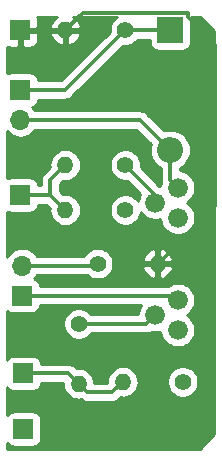
<source format=gbr>
G04 #@! TF.GenerationSoftware,KiCad,Pcbnew,(5.1.2)-2*
G04 #@! TF.CreationDate,2019-08-05T00:07:48-07:00*
G04 #@! TF.ProjectId,Pi LED and FAN,5069204c-4544-4206-916e-642046414e2e,rev?*
G04 #@! TF.SameCoordinates,Original*
G04 #@! TF.FileFunction,Copper,L1,Top*
G04 #@! TF.FilePolarity,Positive*
%FSLAX46Y46*%
G04 Gerber Fmt 4.6, Leading zero omitted, Abs format (unit mm)*
G04 Created by KiCad (PCBNEW (5.1.2)-2) date 2019-08-05 00:07:48*
%MOMM*%
%LPD*%
G04 APERTURE LIST*
%ADD10O,1.700000X1.700000*%
%ADD11R,1.700000X1.700000*%
%ADD12R,2.200000X2.200000*%
%ADD13O,2.200000X2.200000*%
%ADD14C,1.676400*%
%ADD15O,1.400000X1.400000*%
%ADD16C,1.400000*%
%ADD17C,0.350000*%
%ADD18C,0.254000*%
G04 APERTURE END LIST*
D10*
X122070000Y-98680000D03*
D11*
X122070000Y-101220000D03*
D12*
X134620000Y-78740000D03*
D13*
X134620000Y-88900000D03*
D11*
X122170000Y-107820000D03*
X121920000Y-92710000D03*
X121920000Y-78740000D03*
X122174000Y-112522000D03*
X121920000Y-83820000D03*
D10*
X121920000Y-86360000D03*
D14*
X135255000Y-101600000D03*
X133350000Y-102870000D03*
X135255000Y-104140000D03*
X135255000Y-94615000D03*
X133350000Y-93345000D03*
X135255000Y-92075000D03*
D15*
X130590000Y-108520000D03*
D16*
X135670000Y-108520000D03*
X126870000Y-103620000D03*
D15*
X126870000Y-108700000D03*
X125730000Y-93980000D03*
D16*
X130810000Y-93980000D03*
X130810000Y-90170000D03*
D15*
X125730000Y-90170000D03*
X133550000Y-98520000D03*
D16*
X128470000Y-98520000D03*
X130810000Y-78740000D03*
D15*
X125730000Y-78740000D03*
D17*
X128310000Y-98680000D02*
X128470000Y-98520000D01*
X122070000Y-98680000D02*
X128310000Y-98680000D01*
X134875000Y-101220000D02*
X135255000Y-101600000D01*
X122070000Y-101220000D02*
X134875000Y-101220000D01*
X130810000Y-78740000D02*
X134620000Y-78740000D01*
X125730000Y-83820000D02*
X121920000Y-83820000D01*
X130810000Y-78740000D02*
X125730000Y-83820000D01*
X132080000Y-86360000D02*
X134620000Y-88900000D01*
X121920000Y-86360000D02*
X132080000Y-86360000D01*
X134620000Y-91440000D02*
X135255000Y-92075000D01*
X134620000Y-88900000D02*
X134620000Y-91440000D01*
X125990000Y-107820000D02*
X126870000Y-108700000D01*
X122170000Y-107820000D02*
X125990000Y-107820000D01*
X129890001Y-109219999D02*
X130590000Y-108520000D01*
X129710001Y-109399999D02*
X129890001Y-109219999D01*
X127569999Y-109399999D02*
X129710001Y-109399999D01*
X126870000Y-108700000D02*
X127569999Y-109399999D01*
X124460000Y-92710000D02*
X125730000Y-93980000D01*
X121920000Y-92710000D02*
X124460000Y-92710000D01*
X124460000Y-91440000D02*
X125730000Y-90170000D01*
X124460000Y-92710000D02*
X124460000Y-91440000D01*
X133850000Y-98820000D02*
X133550000Y-98520000D01*
X121920000Y-78740000D02*
X125730000Y-78740000D01*
X138430000Y-93640000D02*
X133550000Y-98520000D01*
X127205001Y-77264999D02*
X136020001Y-77264999D01*
X125730000Y-78740000D02*
X127205001Y-77264999D01*
X136020001Y-77264999D02*
X136095001Y-77339999D01*
X136095001Y-77339999D02*
X136095001Y-77675001D01*
X136095001Y-77675001D02*
X138430000Y-80010000D01*
X138430000Y-80010000D02*
X138430000Y-93640000D01*
X132600000Y-103620000D02*
X133350000Y-102870000D01*
X126870000Y-103620000D02*
X132600000Y-103620000D01*
X133350000Y-92710000D02*
X133350000Y-93345000D01*
X130810000Y-90170000D02*
X133350000Y-92710000D01*
D18*
G36*
X138303000Y-78792606D02*
G01*
X138303000Y-112977394D01*
X137107394Y-114173000D01*
X120777000Y-114173000D01*
X120777000Y-113695694D01*
X120793463Y-113726494D01*
X120872815Y-113823185D01*
X120969506Y-113902537D01*
X121079820Y-113961502D01*
X121199518Y-113997812D01*
X121324000Y-114010072D01*
X123024000Y-114010072D01*
X123148482Y-113997812D01*
X123268180Y-113961502D01*
X123378494Y-113902537D01*
X123475185Y-113823185D01*
X123554537Y-113726494D01*
X123613502Y-113616180D01*
X123649812Y-113496482D01*
X123662072Y-113372000D01*
X123662072Y-111672000D01*
X123649812Y-111547518D01*
X123613502Y-111427820D01*
X123554537Y-111317506D01*
X123475185Y-111220815D01*
X123378494Y-111141463D01*
X123268180Y-111082498D01*
X123148482Y-111046188D01*
X123024000Y-111033928D01*
X121324000Y-111033928D01*
X121199518Y-111046188D01*
X121079820Y-111082498D01*
X120969506Y-111141463D01*
X120872815Y-111220815D01*
X120793463Y-111317506D01*
X120777000Y-111348306D01*
X120777000Y-109001178D01*
X120789463Y-109024494D01*
X120868815Y-109121185D01*
X120965506Y-109200537D01*
X121075820Y-109259502D01*
X121195518Y-109295812D01*
X121320000Y-109308072D01*
X123020000Y-109308072D01*
X123144482Y-109295812D01*
X123264180Y-109259502D01*
X123374494Y-109200537D01*
X123471185Y-109121185D01*
X123550537Y-109024494D01*
X123609502Y-108914180D01*
X123645812Y-108794482D01*
X123658072Y-108670000D01*
X123658072Y-108630000D01*
X125535435Y-108630000D01*
X125528541Y-108700000D01*
X125554317Y-108961706D01*
X125630653Y-109213354D01*
X125754618Y-109445275D01*
X125921445Y-109648555D01*
X126124725Y-109815382D01*
X126356646Y-109939347D01*
X126608294Y-110015683D01*
X126804421Y-110035000D01*
X126935579Y-110035000D01*
X127052864Y-110023448D01*
X127117809Y-110076748D01*
X127193023Y-110116950D01*
X127258526Y-110151962D01*
X127411211Y-110198279D01*
X127530208Y-110209999D01*
X127530210Y-110209999D01*
X127569998Y-110213918D01*
X127609786Y-110209999D01*
X129670213Y-110209999D01*
X129710001Y-110213918D01*
X129749789Y-110209999D01*
X129749792Y-110209999D01*
X129868789Y-110198279D01*
X130021474Y-110151962D01*
X130162190Y-110076748D01*
X130285529Y-109975527D01*
X130310901Y-109944611D01*
X130411622Y-109843890D01*
X130524421Y-109855000D01*
X130655579Y-109855000D01*
X130851706Y-109835683D01*
X131103354Y-109759347D01*
X131335275Y-109635382D01*
X131538555Y-109468555D01*
X131705382Y-109265275D01*
X131829347Y-109033354D01*
X131905683Y-108781706D01*
X131931459Y-108520000D01*
X131918509Y-108388514D01*
X134335000Y-108388514D01*
X134335000Y-108651486D01*
X134386304Y-108909405D01*
X134486939Y-109152359D01*
X134633038Y-109371013D01*
X134818987Y-109556962D01*
X135037641Y-109703061D01*
X135280595Y-109803696D01*
X135538514Y-109855000D01*
X135801486Y-109855000D01*
X136059405Y-109803696D01*
X136302359Y-109703061D01*
X136521013Y-109556962D01*
X136706962Y-109371013D01*
X136853061Y-109152359D01*
X136953696Y-108909405D01*
X137005000Y-108651486D01*
X137005000Y-108388514D01*
X136953696Y-108130595D01*
X136853061Y-107887641D01*
X136706962Y-107668987D01*
X136521013Y-107483038D01*
X136302359Y-107336939D01*
X136059405Y-107236304D01*
X135801486Y-107185000D01*
X135538514Y-107185000D01*
X135280595Y-107236304D01*
X135037641Y-107336939D01*
X134818987Y-107483038D01*
X134633038Y-107668987D01*
X134486939Y-107887641D01*
X134386304Y-108130595D01*
X134335000Y-108388514D01*
X131918509Y-108388514D01*
X131905683Y-108258294D01*
X131829347Y-108006646D01*
X131705382Y-107774725D01*
X131538555Y-107571445D01*
X131335275Y-107404618D01*
X131103354Y-107280653D01*
X130851706Y-107204317D01*
X130655579Y-107185000D01*
X130524421Y-107185000D01*
X130328294Y-107204317D01*
X130076646Y-107280653D01*
X129844725Y-107404618D01*
X129641445Y-107571445D01*
X129474618Y-107774725D01*
X129350653Y-108006646D01*
X129274317Y-108258294D01*
X129248541Y-108520000D01*
X129255435Y-108589999D01*
X128200625Y-108589999D01*
X128185683Y-108438294D01*
X128109347Y-108186646D01*
X127985382Y-107954725D01*
X127818555Y-107751445D01*
X127615275Y-107584618D01*
X127383354Y-107460653D01*
X127131706Y-107384317D01*
X126935579Y-107365000D01*
X126804421Y-107365000D01*
X126691622Y-107376110D01*
X126590899Y-107275387D01*
X126565528Y-107244472D01*
X126442189Y-107143251D01*
X126301473Y-107068037D01*
X126148788Y-107021720D01*
X126029791Y-107010000D01*
X126029788Y-107010000D01*
X125990000Y-107006081D01*
X125950212Y-107010000D01*
X123658072Y-107010000D01*
X123658072Y-106970000D01*
X123645812Y-106845518D01*
X123609502Y-106725820D01*
X123550537Y-106615506D01*
X123471185Y-106518815D01*
X123374494Y-106439463D01*
X123264180Y-106380498D01*
X123144482Y-106344188D01*
X123020000Y-106331928D01*
X121320000Y-106331928D01*
X121195518Y-106344188D01*
X121075820Y-106380498D01*
X120965506Y-106439463D01*
X120868815Y-106518815D01*
X120789463Y-106615506D01*
X120777000Y-106638822D01*
X120777000Y-102527902D01*
X120865506Y-102600537D01*
X120975820Y-102659502D01*
X121095518Y-102695812D01*
X121220000Y-102708072D01*
X122920000Y-102708072D01*
X123044482Y-102695812D01*
X123164180Y-102659502D01*
X123274494Y-102600537D01*
X123371185Y-102521185D01*
X123450537Y-102424494D01*
X123509502Y-102314180D01*
X123545812Y-102194482D01*
X123558072Y-102070000D01*
X123558072Y-102030000D01*
X132139468Y-102030000D01*
X132044467Y-102172178D01*
X131933414Y-102440283D01*
X131876800Y-102724902D01*
X131876800Y-102810000D01*
X127934366Y-102810000D01*
X127906962Y-102768987D01*
X127721013Y-102583038D01*
X127502359Y-102436939D01*
X127259405Y-102336304D01*
X127001486Y-102285000D01*
X126738514Y-102285000D01*
X126480595Y-102336304D01*
X126237641Y-102436939D01*
X126018987Y-102583038D01*
X125833038Y-102768987D01*
X125686939Y-102987641D01*
X125586304Y-103230595D01*
X125535000Y-103488514D01*
X125535000Y-103751486D01*
X125586304Y-104009405D01*
X125686939Y-104252359D01*
X125833038Y-104471013D01*
X126018987Y-104656962D01*
X126237641Y-104803061D01*
X126480595Y-104903696D01*
X126738514Y-104955000D01*
X127001486Y-104955000D01*
X127259405Y-104903696D01*
X127502359Y-104803061D01*
X127721013Y-104656962D01*
X127906962Y-104471013D01*
X127934366Y-104430000D01*
X132560212Y-104430000D01*
X132600000Y-104433919D01*
X132639788Y-104430000D01*
X132639791Y-104430000D01*
X132758788Y-104418280D01*
X132911473Y-104371963D01*
X133030272Y-104308464D01*
X133204902Y-104343200D01*
X133495098Y-104343200D01*
X133779717Y-104286586D01*
X133781915Y-104285676D01*
X133838414Y-104569717D01*
X133949467Y-104837822D01*
X134110691Y-105079110D01*
X134315890Y-105284309D01*
X134557178Y-105445533D01*
X134825283Y-105556586D01*
X135109902Y-105613200D01*
X135400098Y-105613200D01*
X135684717Y-105556586D01*
X135952822Y-105445533D01*
X136194110Y-105284309D01*
X136399309Y-105079110D01*
X136560533Y-104837822D01*
X136671586Y-104569717D01*
X136728200Y-104285098D01*
X136728200Y-103994902D01*
X136671586Y-103710283D01*
X136560533Y-103442178D01*
X136399309Y-103200890D01*
X136194110Y-102995691D01*
X136006001Y-102870000D01*
X136194110Y-102744309D01*
X136399309Y-102539110D01*
X136560533Y-102297822D01*
X136671586Y-102029717D01*
X136728200Y-101745098D01*
X136728200Y-101454902D01*
X136671586Y-101170283D01*
X136560533Y-100902178D01*
X136399309Y-100660890D01*
X136194110Y-100455691D01*
X135952822Y-100294467D01*
X135684717Y-100183414D01*
X135400098Y-100126800D01*
X135109902Y-100126800D01*
X134825283Y-100183414D01*
X134557178Y-100294467D01*
X134384271Y-100410000D01*
X123558072Y-100410000D01*
X123558072Y-100370000D01*
X123545812Y-100245518D01*
X123509502Y-100125820D01*
X123450537Y-100015506D01*
X123371185Y-99918815D01*
X123274494Y-99839463D01*
X123164180Y-99780498D01*
X123095313Y-99759607D01*
X123125134Y-99735134D01*
X123310706Y-99509014D01*
X123320869Y-99490000D01*
X127552025Y-99490000D01*
X127618987Y-99556962D01*
X127837641Y-99703061D01*
X128080595Y-99803696D01*
X128338514Y-99855000D01*
X128601486Y-99855000D01*
X128859405Y-99803696D01*
X129102359Y-99703061D01*
X129321013Y-99556962D01*
X129506962Y-99371013D01*
X129653061Y-99152359D01*
X129753696Y-98909405D01*
X129764850Y-98853329D01*
X132257284Y-98853329D01*
X132289953Y-98961044D01*
X132400208Y-99198392D01*
X132554649Y-99409670D01*
X132747340Y-99586759D01*
X132970877Y-99722853D01*
X133216670Y-99812722D01*
X133423000Y-99690201D01*
X133423000Y-98647000D01*
X133677000Y-98647000D01*
X133677000Y-99690201D01*
X133883330Y-99812722D01*
X134129123Y-99722853D01*
X134352660Y-99586759D01*
X134545351Y-99409670D01*
X134699792Y-99198392D01*
X134810047Y-98961044D01*
X134842716Y-98853329D01*
X134719374Y-98647000D01*
X133677000Y-98647000D01*
X133423000Y-98647000D01*
X132380626Y-98647000D01*
X132257284Y-98853329D01*
X129764850Y-98853329D01*
X129805000Y-98651486D01*
X129805000Y-98388514D01*
X129764851Y-98186671D01*
X132257284Y-98186671D01*
X132380626Y-98393000D01*
X133423000Y-98393000D01*
X133423000Y-97349799D01*
X133677000Y-97349799D01*
X133677000Y-98393000D01*
X134719374Y-98393000D01*
X134842716Y-98186671D01*
X134810047Y-98078956D01*
X134699792Y-97841608D01*
X134545351Y-97630330D01*
X134352660Y-97453241D01*
X134129123Y-97317147D01*
X133883330Y-97227278D01*
X133677000Y-97349799D01*
X133423000Y-97349799D01*
X133216670Y-97227278D01*
X132970877Y-97317147D01*
X132747340Y-97453241D01*
X132554649Y-97630330D01*
X132400208Y-97841608D01*
X132289953Y-98078956D01*
X132257284Y-98186671D01*
X129764851Y-98186671D01*
X129753696Y-98130595D01*
X129653061Y-97887641D01*
X129506962Y-97668987D01*
X129321013Y-97483038D01*
X129102359Y-97336939D01*
X128859405Y-97236304D01*
X128601486Y-97185000D01*
X128338514Y-97185000D01*
X128080595Y-97236304D01*
X127837641Y-97336939D01*
X127618987Y-97483038D01*
X127433038Y-97668987D01*
X127298726Y-97870000D01*
X123320869Y-97870000D01*
X123310706Y-97850986D01*
X123125134Y-97624866D01*
X122899014Y-97439294D01*
X122641034Y-97301401D01*
X122361111Y-97216487D01*
X122142950Y-97195000D01*
X121997050Y-97195000D01*
X121778889Y-97216487D01*
X121498966Y-97301401D01*
X121240986Y-97439294D01*
X121014866Y-97624866D01*
X120829294Y-97850986D01*
X120777000Y-97948821D01*
X120777000Y-94123407D01*
X120825820Y-94149502D01*
X120945518Y-94185812D01*
X121070000Y-94198072D01*
X122770000Y-94198072D01*
X122894482Y-94185812D01*
X123014180Y-94149502D01*
X123124494Y-94090537D01*
X123221185Y-94011185D01*
X123300537Y-93914494D01*
X123359502Y-93804180D01*
X123395812Y-93684482D01*
X123408072Y-93560000D01*
X123408072Y-93520000D01*
X124124488Y-93520000D01*
X124406110Y-93801622D01*
X124388541Y-93980000D01*
X124414317Y-94241706D01*
X124490653Y-94493354D01*
X124614618Y-94725275D01*
X124781445Y-94928555D01*
X124984725Y-95095382D01*
X125216646Y-95219347D01*
X125468294Y-95295683D01*
X125664421Y-95315000D01*
X125795579Y-95315000D01*
X125991706Y-95295683D01*
X126243354Y-95219347D01*
X126475275Y-95095382D01*
X126678555Y-94928555D01*
X126845382Y-94725275D01*
X126969347Y-94493354D01*
X127045683Y-94241706D01*
X127071459Y-93980000D01*
X127045683Y-93718294D01*
X126969347Y-93466646D01*
X126845382Y-93234725D01*
X126678555Y-93031445D01*
X126475275Y-92864618D01*
X126243354Y-92740653D01*
X125991706Y-92664317D01*
X125795579Y-92645000D01*
X125664421Y-92645000D01*
X125551622Y-92656110D01*
X125270000Y-92374488D01*
X125270000Y-91775512D01*
X125551622Y-91493890D01*
X125664421Y-91505000D01*
X125795579Y-91505000D01*
X125991706Y-91485683D01*
X126243354Y-91409347D01*
X126475275Y-91285382D01*
X126678555Y-91118555D01*
X126845382Y-90915275D01*
X126969347Y-90683354D01*
X127045683Y-90431706D01*
X127071459Y-90170000D01*
X127045683Y-89908294D01*
X126969347Y-89656646D01*
X126845382Y-89424725D01*
X126678555Y-89221445D01*
X126475275Y-89054618D01*
X126243354Y-88930653D01*
X125991706Y-88854317D01*
X125795579Y-88835000D01*
X125664421Y-88835000D01*
X125468294Y-88854317D01*
X125216646Y-88930653D01*
X124984725Y-89054618D01*
X124781445Y-89221445D01*
X124614618Y-89424725D01*
X124490653Y-89656646D01*
X124414317Y-89908294D01*
X124388541Y-90170000D01*
X124406110Y-90348378D01*
X123915383Y-90839105D01*
X123884473Y-90864472D01*
X123859108Y-90895380D01*
X123783251Y-90987811D01*
X123708038Y-91128527D01*
X123661721Y-91281213D01*
X123646081Y-91440000D01*
X123650001Y-91479798D01*
X123650001Y-91900000D01*
X123408072Y-91900000D01*
X123408072Y-91860000D01*
X123395812Y-91735518D01*
X123359502Y-91615820D01*
X123300537Y-91505506D01*
X123221185Y-91408815D01*
X123124494Y-91329463D01*
X123014180Y-91270498D01*
X122894482Y-91234188D01*
X122770000Y-91221928D01*
X121070000Y-91221928D01*
X120945518Y-91234188D01*
X120825820Y-91270498D01*
X120777000Y-91296593D01*
X120777000Y-87308069D01*
X120864866Y-87415134D01*
X121090986Y-87600706D01*
X121348966Y-87738599D01*
X121628889Y-87823513D01*
X121847050Y-87845000D01*
X121992950Y-87845000D01*
X122211111Y-87823513D01*
X122491034Y-87738599D01*
X122749014Y-87600706D01*
X122975134Y-87415134D01*
X123160706Y-87189014D01*
X123170869Y-87170000D01*
X131744488Y-87170000D01*
X132962301Y-88387814D01*
X132910105Y-88559881D01*
X132876606Y-88900000D01*
X132910105Y-89240119D01*
X133009314Y-89567168D01*
X133170421Y-89868578D01*
X133387234Y-90132766D01*
X133651422Y-90349579D01*
X133810001Y-90434341D01*
X133810001Y-91400202D01*
X133806081Y-91440000D01*
X133820305Y-91584410D01*
X133821721Y-91598788D01*
X133835825Y-91645283D01*
X133837389Y-91650437D01*
X133781915Y-91929324D01*
X133779717Y-91928414D01*
X133697591Y-91912078D01*
X132135377Y-90349864D01*
X132145000Y-90301486D01*
X132145000Y-90038514D01*
X132093696Y-89780595D01*
X131993061Y-89537641D01*
X131846962Y-89318987D01*
X131661013Y-89133038D01*
X131442359Y-88986939D01*
X131199405Y-88886304D01*
X130941486Y-88835000D01*
X130678514Y-88835000D01*
X130420595Y-88886304D01*
X130177641Y-88986939D01*
X129958987Y-89133038D01*
X129773038Y-89318987D01*
X129626939Y-89537641D01*
X129526304Y-89780595D01*
X129475000Y-90038514D01*
X129475000Y-90301486D01*
X129526304Y-90559405D01*
X129626939Y-90802359D01*
X129773038Y-91021013D01*
X129958987Y-91206962D01*
X130177641Y-91353061D01*
X130420595Y-91453696D01*
X130678514Y-91505000D01*
X130941486Y-91505000D01*
X130989864Y-91495377D01*
X132083399Y-92588912D01*
X132044467Y-92647178D01*
X131933414Y-92915283D01*
X131880825Y-93179667D01*
X131846962Y-93128987D01*
X131661013Y-92943038D01*
X131442359Y-92796939D01*
X131199405Y-92696304D01*
X130941486Y-92645000D01*
X130678514Y-92645000D01*
X130420595Y-92696304D01*
X130177641Y-92796939D01*
X129958987Y-92943038D01*
X129773038Y-93128987D01*
X129626939Y-93347641D01*
X129526304Y-93590595D01*
X129475000Y-93848514D01*
X129475000Y-94111486D01*
X129526304Y-94369405D01*
X129626939Y-94612359D01*
X129773038Y-94831013D01*
X129958987Y-95016962D01*
X130177641Y-95163061D01*
X130420595Y-95263696D01*
X130678514Y-95315000D01*
X130941486Y-95315000D01*
X131199405Y-95263696D01*
X131442359Y-95163061D01*
X131661013Y-95016962D01*
X131846962Y-94831013D01*
X131993061Y-94612359D01*
X132093696Y-94369405D01*
X132132462Y-94174516D01*
X132205691Y-94284110D01*
X132410890Y-94489309D01*
X132652178Y-94650533D01*
X132920283Y-94761586D01*
X133204902Y-94818200D01*
X133495098Y-94818200D01*
X133779717Y-94761586D01*
X133781915Y-94760676D01*
X133838414Y-95044717D01*
X133949467Y-95312822D01*
X134110691Y-95554110D01*
X134315890Y-95759309D01*
X134557178Y-95920533D01*
X134825283Y-96031586D01*
X135109902Y-96088200D01*
X135400098Y-96088200D01*
X135684717Y-96031586D01*
X135952822Y-95920533D01*
X136194110Y-95759309D01*
X136399309Y-95554110D01*
X136560533Y-95312822D01*
X136671586Y-95044717D01*
X136728200Y-94760098D01*
X136728200Y-94469902D01*
X136671586Y-94185283D01*
X136560533Y-93917178D01*
X136399309Y-93675890D01*
X136194110Y-93470691D01*
X136006001Y-93345000D01*
X136194110Y-93219309D01*
X136399309Y-93014110D01*
X136560533Y-92772822D01*
X136671586Y-92504717D01*
X136728200Y-92220098D01*
X136728200Y-91929902D01*
X136671586Y-91645283D01*
X136560533Y-91377178D01*
X136399309Y-91135890D01*
X136194110Y-90930691D01*
X135952822Y-90769467D01*
X135684717Y-90658414D01*
X135430000Y-90607748D01*
X135430000Y-90434341D01*
X135588578Y-90349579D01*
X135852766Y-90132766D01*
X136069579Y-89868578D01*
X136230686Y-89567168D01*
X136329895Y-89240119D01*
X136363394Y-88900000D01*
X136329895Y-88559881D01*
X136230686Y-88232832D01*
X136069579Y-87931422D01*
X135852766Y-87667234D01*
X135588578Y-87450421D01*
X135287168Y-87289314D01*
X134960119Y-87190105D01*
X134705225Y-87165000D01*
X134534775Y-87165000D01*
X134279881Y-87190105D01*
X134107814Y-87242301D01*
X132680900Y-85815387D01*
X132655528Y-85784472D01*
X132532189Y-85683251D01*
X132391473Y-85608037D01*
X132238788Y-85561720D01*
X132119791Y-85550000D01*
X132119788Y-85550000D01*
X132080000Y-85546081D01*
X132040212Y-85550000D01*
X123170869Y-85550000D01*
X123160706Y-85530986D01*
X122975134Y-85304866D01*
X122945313Y-85280393D01*
X123014180Y-85259502D01*
X123124494Y-85200537D01*
X123221185Y-85121185D01*
X123300537Y-85024494D01*
X123359502Y-84914180D01*
X123395812Y-84794482D01*
X123408072Y-84670000D01*
X123408072Y-84630000D01*
X125690212Y-84630000D01*
X125730000Y-84633919D01*
X125769788Y-84630000D01*
X125769791Y-84630000D01*
X125888788Y-84618280D01*
X126041473Y-84571963D01*
X126182189Y-84496749D01*
X126305528Y-84395528D01*
X126330900Y-84364612D01*
X130630136Y-80065377D01*
X130678514Y-80075000D01*
X130941486Y-80075000D01*
X131199405Y-80023696D01*
X131442359Y-79923061D01*
X131661013Y-79776962D01*
X131846962Y-79591013D01*
X131874366Y-79550000D01*
X132881928Y-79550000D01*
X132881928Y-79840000D01*
X132894188Y-79964482D01*
X132930498Y-80084180D01*
X132989463Y-80194494D01*
X133068815Y-80291185D01*
X133165506Y-80370537D01*
X133275820Y-80429502D01*
X133395518Y-80465812D01*
X133520000Y-80478072D01*
X135720000Y-80478072D01*
X135844482Y-80465812D01*
X135964180Y-80429502D01*
X136074494Y-80370537D01*
X136171185Y-80291185D01*
X136250537Y-80194494D01*
X136309502Y-80084180D01*
X136345812Y-79964482D01*
X136358072Y-79840000D01*
X136358072Y-77640000D01*
X136353837Y-77597000D01*
X137107394Y-77597000D01*
X138303000Y-78792606D01*
X138303000Y-78792606D01*
G37*
X138303000Y-78792606D02*
X138303000Y-112977394D01*
X137107394Y-114173000D01*
X120777000Y-114173000D01*
X120777000Y-113695694D01*
X120793463Y-113726494D01*
X120872815Y-113823185D01*
X120969506Y-113902537D01*
X121079820Y-113961502D01*
X121199518Y-113997812D01*
X121324000Y-114010072D01*
X123024000Y-114010072D01*
X123148482Y-113997812D01*
X123268180Y-113961502D01*
X123378494Y-113902537D01*
X123475185Y-113823185D01*
X123554537Y-113726494D01*
X123613502Y-113616180D01*
X123649812Y-113496482D01*
X123662072Y-113372000D01*
X123662072Y-111672000D01*
X123649812Y-111547518D01*
X123613502Y-111427820D01*
X123554537Y-111317506D01*
X123475185Y-111220815D01*
X123378494Y-111141463D01*
X123268180Y-111082498D01*
X123148482Y-111046188D01*
X123024000Y-111033928D01*
X121324000Y-111033928D01*
X121199518Y-111046188D01*
X121079820Y-111082498D01*
X120969506Y-111141463D01*
X120872815Y-111220815D01*
X120793463Y-111317506D01*
X120777000Y-111348306D01*
X120777000Y-109001178D01*
X120789463Y-109024494D01*
X120868815Y-109121185D01*
X120965506Y-109200537D01*
X121075820Y-109259502D01*
X121195518Y-109295812D01*
X121320000Y-109308072D01*
X123020000Y-109308072D01*
X123144482Y-109295812D01*
X123264180Y-109259502D01*
X123374494Y-109200537D01*
X123471185Y-109121185D01*
X123550537Y-109024494D01*
X123609502Y-108914180D01*
X123645812Y-108794482D01*
X123658072Y-108670000D01*
X123658072Y-108630000D01*
X125535435Y-108630000D01*
X125528541Y-108700000D01*
X125554317Y-108961706D01*
X125630653Y-109213354D01*
X125754618Y-109445275D01*
X125921445Y-109648555D01*
X126124725Y-109815382D01*
X126356646Y-109939347D01*
X126608294Y-110015683D01*
X126804421Y-110035000D01*
X126935579Y-110035000D01*
X127052864Y-110023448D01*
X127117809Y-110076748D01*
X127193023Y-110116950D01*
X127258526Y-110151962D01*
X127411211Y-110198279D01*
X127530208Y-110209999D01*
X127530210Y-110209999D01*
X127569998Y-110213918D01*
X127609786Y-110209999D01*
X129670213Y-110209999D01*
X129710001Y-110213918D01*
X129749789Y-110209999D01*
X129749792Y-110209999D01*
X129868789Y-110198279D01*
X130021474Y-110151962D01*
X130162190Y-110076748D01*
X130285529Y-109975527D01*
X130310901Y-109944611D01*
X130411622Y-109843890D01*
X130524421Y-109855000D01*
X130655579Y-109855000D01*
X130851706Y-109835683D01*
X131103354Y-109759347D01*
X131335275Y-109635382D01*
X131538555Y-109468555D01*
X131705382Y-109265275D01*
X131829347Y-109033354D01*
X131905683Y-108781706D01*
X131931459Y-108520000D01*
X131918509Y-108388514D01*
X134335000Y-108388514D01*
X134335000Y-108651486D01*
X134386304Y-108909405D01*
X134486939Y-109152359D01*
X134633038Y-109371013D01*
X134818987Y-109556962D01*
X135037641Y-109703061D01*
X135280595Y-109803696D01*
X135538514Y-109855000D01*
X135801486Y-109855000D01*
X136059405Y-109803696D01*
X136302359Y-109703061D01*
X136521013Y-109556962D01*
X136706962Y-109371013D01*
X136853061Y-109152359D01*
X136953696Y-108909405D01*
X137005000Y-108651486D01*
X137005000Y-108388514D01*
X136953696Y-108130595D01*
X136853061Y-107887641D01*
X136706962Y-107668987D01*
X136521013Y-107483038D01*
X136302359Y-107336939D01*
X136059405Y-107236304D01*
X135801486Y-107185000D01*
X135538514Y-107185000D01*
X135280595Y-107236304D01*
X135037641Y-107336939D01*
X134818987Y-107483038D01*
X134633038Y-107668987D01*
X134486939Y-107887641D01*
X134386304Y-108130595D01*
X134335000Y-108388514D01*
X131918509Y-108388514D01*
X131905683Y-108258294D01*
X131829347Y-108006646D01*
X131705382Y-107774725D01*
X131538555Y-107571445D01*
X131335275Y-107404618D01*
X131103354Y-107280653D01*
X130851706Y-107204317D01*
X130655579Y-107185000D01*
X130524421Y-107185000D01*
X130328294Y-107204317D01*
X130076646Y-107280653D01*
X129844725Y-107404618D01*
X129641445Y-107571445D01*
X129474618Y-107774725D01*
X129350653Y-108006646D01*
X129274317Y-108258294D01*
X129248541Y-108520000D01*
X129255435Y-108589999D01*
X128200625Y-108589999D01*
X128185683Y-108438294D01*
X128109347Y-108186646D01*
X127985382Y-107954725D01*
X127818555Y-107751445D01*
X127615275Y-107584618D01*
X127383354Y-107460653D01*
X127131706Y-107384317D01*
X126935579Y-107365000D01*
X126804421Y-107365000D01*
X126691622Y-107376110D01*
X126590899Y-107275387D01*
X126565528Y-107244472D01*
X126442189Y-107143251D01*
X126301473Y-107068037D01*
X126148788Y-107021720D01*
X126029791Y-107010000D01*
X126029788Y-107010000D01*
X125990000Y-107006081D01*
X125950212Y-107010000D01*
X123658072Y-107010000D01*
X123658072Y-106970000D01*
X123645812Y-106845518D01*
X123609502Y-106725820D01*
X123550537Y-106615506D01*
X123471185Y-106518815D01*
X123374494Y-106439463D01*
X123264180Y-106380498D01*
X123144482Y-106344188D01*
X123020000Y-106331928D01*
X121320000Y-106331928D01*
X121195518Y-106344188D01*
X121075820Y-106380498D01*
X120965506Y-106439463D01*
X120868815Y-106518815D01*
X120789463Y-106615506D01*
X120777000Y-106638822D01*
X120777000Y-102527902D01*
X120865506Y-102600537D01*
X120975820Y-102659502D01*
X121095518Y-102695812D01*
X121220000Y-102708072D01*
X122920000Y-102708072D01*
X123044482Y-102695812D01*
X123164180Y-102659502D01*
X123274494Y-102600537D01*
X123371185Y-102521185D01*
X123450537Y-102424494D01*
X123509502Y-102314180D01*
X123545812Y-102194482D01*
X123558072Y-102070000D01*
X123558072Y-102030000D01*
X132139468Y-102030000D01*
X132044467Y-102172178D01*
X131933414Y-102440283D01*
X131876800Y-102724902D01*
X131876800Y-102810000D01*
X127934366Y-102810000D01*
X127906962Y-102768987D01*
X127721013Y-102583038D01*
X127502359Y-102436939D01*
X127259405Y-102336304D01*
X127001486Y-102285000D01*
X126738514Y-102285000D01*
X126480595Y-102336304D01*
X126237641Y-102436939D01*
X126018987Y-102583038D01*
X125833038Y-102768987D01*
X125686939Y-102987641D01*
X125586304Y-103230595D01*
X125535000Y-103488514D01*
X125535000Y-103751486D01*
X125586304Y-104009405D01*
X125686939Y-104252359D01*
X125833038Y-104471013D01*
X126018987Y-104656962D01*
X126237641Y-104803061D01*
X126480595Y-104903696D01*
X126738514Y-104955000D01*
X127001486Y-104955000D01*
X127259405Y-104903696D01*
X127502359Y-104803061D01*
X127721013Y-104656962D01*
X127906962Y-104471013D01*
X127934366Y-104430000D01*
X132560212Y-104430000D01*
X132600000Y-104433919D01*
X132639788Y-104430000D01*
X132639791Y-104430000D01*
X132758788Y-104418280D01*
X132911473Y-104371963D01*
X133030272Y-104308464D01*
X133204902Y-104343200D01*
X133495098Y-104343200D01*
X133779717Y-104286586D01*
X133781915Y-104285676D01*
X133838414Y-104569717D01*
X133949467Y-104837822D01*
X134110691Y-105079110D01*
X134315890Y-105284309D01*
X134557178Y-105445533D01*
X134825283Y-105556586D01*
X135109902Y-105613200D01*
X135400098Y-105613200D01*
X135684717Y-105556586D01*
X135952822Y-105445533D01*
X136194110Y-105284309D01*
X136399309Y-105079110D01*
X136560533Y-104837822D01*
X136671586Y-104569717D01*
X136728200Y-104285098D01*
X136728200Y-103994902D01*
X136671586Y-103710283D01*
X136560533Y-103442178D01*
X136399309Y-103200890D01*
X136194110Y-102995691D01*
X136006001Y-102870000D01*
X136194110Y-102744309D01*
X136399309Y-102539110D01*
X136560533Y-102297822D01*
X136671586Y-102029717D01*
X136728200Y-101745098D01*
X136728200Y-101454902D01*
X136671586Y-101170283D01*
X136560533Y-100902178D01*
X136399309Y-100660890D01*
X136194110Y-100455691D01*
X135952822Y-100294467D01*
X135684717Y-100183414D01*
X135400098Y-100126800D01*
X135109902Y-100126800D01*
X134825283Y-100183414D01*
X134557178Y-100294467D01*
X134384271Y-100410000D01*
X123558072Y-100410000D01*
X123558072Y-100370000D01*
X123545812Y-100245518D01*
X123509502Y-100125820D01*
X123450537Y-100015506D01*
X123371185Y-99918815D01*
X123274494Y-99839463D01*
X123164180Y-99780498D01*
X123095313Y-99759607D01*
X123125134Y-99735134D01*
X123310706Y-99509014D01*
X123320869Y-99490000D01*
X127552025Y-99490000D01*
X127618987Y-99556962D01*
X127837641Y-99703061D01*
X128080595Y-99803696D01*
X128338514Y-99855000D01*
X128601486Y-99855000D01*
X128859405Y-99803696D01*
X129102359Y-99703061D01*
X129321013Y-99556962D01*
X129506962Y-99371013D01*
X129653061Y-99152359D01*
X129753696Y-98909405D01*
X129764850Y-98853329D01*
X132257284Y-98853329D01*
X132289953Y-98961044D01*
X132400208Y-99198392D01*
X132554649Y-99409670D01*
X132747340Y-99586759D01*
X132970877Y-99722853D01*
X133216670Y-99812722D01*
X133423000Y-99690201D01*
X133423000Y-98647000D01*
X133677000Y-98647000D01*
X133677000Y-99690201D01*
X133883330Y-99812722D01*
X134129123Y-99722853D01*
X134352660Y-99586759D01*
X134545351Y-99409670D01*
X134699792Y-99198392D01*
X134810047Y-98961044D01*
X134842716Y-98853329D01*
X134719374Y-98647000D01*
X133677000Y-98647000D01*
X133423000Y-98647000D01*
X132380626Y-98647000D01*
X132257284Y-98853329D01*
X129764850Y-98853329D01*
X129805000Y-98651486D01*
X129805000Y-98388514D01*
X129764851Y-98186671D01*
X132257284Y-98186671D01*
X132380626Y-98393000D01*
X133423000Y-98393000D01*
X133423000Y-97349799D01*
X133677000Y-97349799D01*
X133677000Y-98393000D01*
X134719374Y-98393000D01*
X134842716Y-98186671D01*
X134810047Y-98078956D01*
X134699792Y-97841608D01*
X134545351Y-97630330D01*
X134352660Y-97453241D01*
X134129123Y-97317147D01*
X133883330Y-97227278D01*
X133677000Y-97349799D01*
X133423000Y-97349799D01*
X133216670Y-97227278D01*
X132970877Y-97317147D01*
X132747340Y-97453241D01*
X132554649Y-97630330D01*
X132400208Y-97841608D01*
X132289953Y-98078956D01*
X132257284Y-98186671D01*
X129764851Y-98186671D01*
X129753696Y-98130595D01*
X129653061Y-97887641D01*
X129506962Y-97668987D01*
X129321013Y-97483038D01*
X129102359Y-97336939D01*
X128859405Y-97236304D01*
X128601486Y-97185000D01*
X128338514Y-97185000D01*
X128080595Y-97236304D01*
X127837641Y-97336939D01*
X127618987Y-97483038D01*
X127433038Y-97668987D01*
X127298726Y-97870000D01*
X123320869Y-97870000D01*
X123310706Y-97850986D01*
X123125134Y-97624866D01*
X122899014Y-97439294D01*
X122641034Y-97301401D01*
X122361111Y-97216487D01*
X122142950Y-97195000D01*
X121997050Y-97195000D01*
X121778889Y-97216487D01*
X121498966Y-97301401D01*
X121240986Y-97439294D01*
X121014866Y-97624866D01*
X120829294Y-97850986D01*
X120777000Y-97948821D01*
X120777000Y-94123407D01*
X120825820Y-94149502D01*
X120945518Y-94185812D01*
X121070000Y-94198072D01*
X122770000Y-94198072D01*
X122894482Y-94185812D01*
X123014180Y-94149502D01*
X123124494Y-94090537D01*
X123221185Y-94011185D01*
X123300537Y-93914494D01*
X123359502Y-93804180D01*
X123395812Y-93684482D01*
X123408072Y-93560000D01*
X123408072Y-93520000D01*
X124124488Y-93520000D01*
X124406110Y-93801622D01*
X124388541Y-93980000D01*
X124414317Y-94241706D01*
X124490653Y-94493354D01*
X124614618Y-94725275D01*
X124781445Y-94928555D01*
X124984725Y-95095382D01*
X125216646Y-95219347D01*
X125468294Y-95295683D01*
X125664421Y-95315000D01*
X125795579Y-95315000D01*
X125991706Y-95295683D01*
X126243354Y-95219347D01*
X126475275Y-95095382D01*
X126678555Y-94928555D01*
X126845382Y-94725275D01*
X126969347Y-94493354D01*
X127045683Y-94241706D01*
X127071459Y-93980000D01*
X127045683Y-93718294D01*
X126969347Y-93466646D01*
X126845382Y-93234725D01*
X126678555Y-93031445D01*
X126475275Y-92864618D01*
X126243354Y-92740653D01*
X125991706Y-92664317D01*
X125795579Y-92645000D01*
X125664421Y-92645000D01*
X125551622Y-92656110D01*
X125270000Y-92374488D01*
X125270000Y-91775512D01*
X125551622Y-91493890D01*
X125664421Y-91505000D01*
X125795579Y-91505000D01*
X125991706Y-91485683D01*
X126243354Y-91409347D01*
X126475275Y-91285382D01*
X126678555Y-91118555D01*
X126845382Y-90915275D01*
X126969347Y-90683354D01*
X127045683Y-90431706D01*
X127071459Y-90170000D01*
X127045683Y-89908294D01*
X126969347Y-89656646D01*
X126845382Y-89424725D01*
X126678555Y-89221445D01*
X126475275Y-89054618D01*
X126243354Y-88930653D01*
X125991706Y-88854317D01*
X125795579Y-88835000D01*
X125664421Y-88835000D01*
X125468294Y-88854317D01*
X125216646Y-88930653D01*
X124984725Y-89054618D01*
X124781445Y-89221445D01*
X124614618Y-89424725D01*
X124490653Y-89656646D01*
X124414317Y-89908294D01*
X124388541Y-90170000D01*
X124406110Y-90348378D01*
X123915383Y-90839105D01*
X123884473Y-90864472D01*
X123859108Y-90895380D01*
X123783251Y-90987811D01*
X123708038Y-91128527D01*
X123661721Y-91281213D01*
X123646081Y-91440000D01*
X123650001Y-91479798D01*
X123650001Y-91900000D01*
X123408072Y-91900000D01*
X123408072Y-91860000D01*
X123395812Y-91735518D01*
X123359502Y-91615820D01*
X123300537Y-91505506D01*
X123221185Y-91408815D01*
X123124494Y-91329463D01*
X123014180Y-91270498D01*
X122894482Y-91234188D01*
X122770000Y-91221928D01*
X121070000Y-91221928D01*
X120945518Y-91234188D01*
X120825820Y-91270498D01*
X120777000Y-91296593D01*
X120777000Y-87308069D01*
X120864866Y-87415134D01*
X121090986Y-87600706D01*
X121348966Y-87738599D01*
X121628889Y-87823513D01*
X121847050Y-87845000D01*
X121992950Y-87845000D01*
X122211111Y-87823513D01*
X122491034Y-87738599D01*
X122749014Y-87600706D01*
X122975134Y-87415134D01*
X123160706Y-87189014D01*
X123170869Y-87170000D01*
X131744488Y-87170000D01*
X132962301Y-88387814D01*
X132910105Y-88559881D01*
X132876606Y-88900000D01*
X132910105Y-89240119D01*
X133009314Y-89567168D01*
X133170421Y-89868578D01*
X133387234Y-90132766D01*
X133651422Y-90349579D01*
X133810001Y-90434341D01*
X133810001Y-91400202D01*
X133806081Y-91440000D01*
X133820305Y-91584410D01*
X133821721Y-91598788D01*
X133835825Y-91645283D01*
X133837389Y-91650437D01*
X133781915Y-91929324D01*
X133779717Y-91928414D01*
X133697591Y-91912078D01*
X132135377Y-90349864D01*
X132145000Y-90301486D01*
X132145000Y-90038514D01*
X132093696Y-89780595D01*
X131993061Y-89537641D01*
X131846962Y-89318987D01*
X131661013Y-89133038D01*
X131442359Y-88986939D01*
X131199405Y-88886304D01*
X130941486Y-88835000D01*
X130678514Y-88835000D01*
X130420595Y-88886304D01*
X130177641Y-88986939D01*
X129958987Y-89133038D01*
X129773038Y-89318987D01*
X129626939Y-89537641D01*
X129526304Y-89780595D01*
X129475000Y-90038514D01*
X129475000Y-90301486D01*
X129526304Y-90559405D01*
X129626939Y-90802359D01*
X129773038Y-91021013D01*
X129958987Y-91206962D01*
X130177641Y-91353061D01*
X130420595Y-91453696D01*
X130678514Y-91505000D01*
X130941486Y-91505000D01*
X130989864Y-91495377D01*
X132083399Y-92588912D01*
X132044467Y-92647178D01*
X131933414Y-92915283D01*
X131880825Y-93179667D01*
X131846962Y-93128987D01*
X131661013Y-92943038D01*
X131442359Y-92796939D01*
X131199405Y-92696304D01*
X130941486Y-92645000D01*
X130678514Y-92645000D01*
X130420595Y-92696304D01*
X130177641Y-92796939D01*
X129958987Y-92943038D01*
X129773038Y-93128987D01*
X129626939Y-93347641D01*
X129526304Y-93590595D01*
X129475000Y-93848514D01*
X129475000Y-94111486D01*
X129526304Y-94369405D01*
X129626939Y-94612359D01*
X129773038Y-94831013D01*
X129958987Y-95016962D01*
X130177641Y-95163061D01*
X130420595Y-95263696D01*
X130678514Y-95315000D01*
X130941486Y-95315000D01*
X131199405Y-95263696D01*
X131442359Y-95163061D01*
X131661013Y-95016962D01*
X131846962Y-94831013D01*
X131993061Y-94612359D01*
X132093696Y-94369405D01*
X132132462Y-94174516D01*
X132205691Y-94284110D01*
X132410890Y-94489309D01*
X132652178Y-94650533D01*
X132920283Y-94761586D01*
X133204902Y-94818200D01*
X133495098Y-94818200D01*
X133779717Y-94761586D01*
X133781915Y-94760676D01*
X133838414Y-95044717D01*
X133949467Y-95312822D01*
X134110691Y-95554110D01*
X134315890Y-95759309D01*
X134557178Y-95920533D01*
X134825283Y-96031586D01*
X135109902Y-96088200D01*
X135400098Y-96088200D01*
X135684717Y-96031586D01*
X135952822Y-95920533D01*
X136194110Y-95759309D01*
X136399309Y-95554110D01*
X136560533Y-95312822D01*
X136671586Y-95044717D01*
X136728200Y-94760098D01*
X136728200Y-94469902D01*
X136671586Y-94185283D01*
X136560533Y-93917178D01*
X136399309Y-93675890D01*
X136194110Y-93470691D01*
X136006001Y-93345000D01*
X136194110Y-93219309D01*
X136399309Y-93014110D01*
X136560533Y-92772822D01*
X136671586Y-92504717D01*
X136728200Y-92220098D01*
X136728200Y-91929902D01*
X136671586Y-91645283D01*
X136560533Y-91377178D01*
X136399309Y-91135890D01*
X136194110Y-90930691D01*
X135952822Y-90769467D01*
X135684717Y-90658414D01*
X135430000Y-90607748D01*
X135430000Y-90434341D01*
X135588578Y-90349579D01*
X135852766Y-90132766D01*
X136069579Y-89868578D01*
X136230686Y-89567168D01*
X136329895Y-89240119D01*
X136363394Y-88900000D01*
X136329895Y-88559881D01*
X136230686Y-88232832D01*
X136069579Y-87931422D01*
X135852766Y-87667234D01*
X135588578Y-87450421D01*
X135287168Y-87289314D01*
X134960119Y-87190105D01*
X134705225Y-87165000D01*
X134534775Y-87165000D01*
X134279881Y-87190105D01*
X134107814Y-87242301D01*
X132680900Y-85815387D01*
X132655528Y-85784472D01*
X132532189Y-85683251D01*
X132391473Y-85608037D01*
X132238788Y-85561720D01*
X132119791Y-85550000D01*
X132119788Y-85550000D01*
X132080000Y-85546081D01*
X132040212Y-85550000D01*
X123170869Y-85550000D01*
X123160706Y-85530986D01*
X122975134Y-85304866D01*
X122945313Y-85280393D01*
X123014180Y-85259502D01*
X123124494Y-85200537D01*
X123221185Y-85121185D01*
X123300537Y-85024494D01*
X123359502Y-84914180D01*
X123395812Y-84794482D01*
X123408072Y-84670000D01*
X123408072Y-84630000D01*
X125690212Y-84630000D01*
X125730000Y-84633919D01*
X125769788Y-84630000D01*
X125769791Y-84630000D01*
X125888788Y-84618280D01*
X126041473Y-84571963D01*
X126182189Y-84496749D01*
X126305528Y-84395528D01*
X126330900Y-84364612D01*
X130630136Y-80065377D01*
X130678514Y-80075000D01*
X130941486Y-80075000D01*
X131199405Y-80023696D01*
X131442359Y-79923061D01*
X131661013Y-79776962D01*
X131846962Y-79591013D01*
X131874366Y-79550000D01*
X132881928Y-79550000D01*
X132881928Y-79840000D01*
X132894188Y-79964482D01*
X132930498Y-80084180D01*
X132989463Y-80194494D01*
X133068815Y-80291185D01*
X133165506Y-80370537D01*
X133275820Y-80429502D01*
X133395518Y-80465812D01*
X133520000Y-80478072D01*
X135720000Y-80478072D01*
X135844482Y-80465812D01*
X135964180Y-80429502D01*
X136074494Y-80370537D01*
X136171185Y-80291185D01*
X136250537Y-80194494D01*
X136309502Y-80084180D01*
X136345812Y-79964482D01*
X136358072Y-79840000D01*
X136358072Y-77640000D01*
X136353837Y-77597000D01*
X137107394Y-77597000D01*
X138303000Y-78792606D01*
G36*
X124927340Y-77673241D02*
G01*
X124734649Y-77850330D01*
X124580208Y-78061608D01*
X124469953Y-78298956D01*
X124437284Y-78406671D01*
X124560626Y-78613000D01*
X125603000Y-78613000D01*
X125603000Y-78593000D01*
X125857000Y-78593000D01*
X125857000Y-78613000D01*
X126899374Y-78613000D01*
X127022716Y-78406671D01*
X126990047Y-78298956D01*
X126879792Y-78061608D01*
X126725351Y-77850330D01*
X126532660Y-77673241D01*
X126407433Y-77597000D01*
X130117685Y-77597000D01*
X129958987Y-77703038D01*
X129773038Y-77888987D01*
X129626939Y-78107641D01*
X129526304Y-78350595D01*
X129475000Y-78608514D01*
X129475000Y-78871486D01*
X129484623Y-78919864D01*
X125394488Y-83010000D01*
X123408072Y-83010000D01*
X123408072Y-82970000D01*
X123395812Y-82845518D01*
X123359502Y-82725820D01*
X123300537Y-82615506D01*
X123221185Y-82518815D01*
X123124494Y-82439463D01*
X123014180Y-82380498D01*
X122894482Y-82344188D01*
X122770000Y-82331928D01*
X121070000Y-82331928D01*
X120945518Y-82344188D01*
X120825820Y-82380498D01*
X120777000Y-82406593D01*
X120777000Y-80153407D01*
X120825820Y-80179502D01*
X120945518Y-80215812D01*
X121070000Y-80228072D01*
X121634250Y-80225000D01*
X121793000Y-80066250D01*
X121793000Y-78867000D01*
X122047000Y-78867000D01*
X122047000Y-80066250D01*
X122205750Y-80225000D01*
X122770000Y-80228072D01*
X122894482Y-80215812D01*
X123014180Y-80179502D01*
X123124494Y-80120537D01*
X123221185Y-80041185D01*
X123300537Y-79944494D01*
X123359502Y-79834180D01*
X123395812Y-79714482D01*
X123408072Y-79590000D01*
X123405260Y-79073329D01*
X124437284Y-79073329D01*
X124469953Y-79181044D01*
X124580208Y-79418392D01*
X124734649Y-79629670D01*
X124927340Y-79806759D01*
X125150877Y-79942853D01*
X125396670Y-80032722D01*
X125603000Y-79910201D01*
X125603000Y-78867000D01*
X125857000Y-78867000D01*
X125857000Y-79910201D01*
X126063330Y-80032722D01*
X126309123Y-79942853D01*
X126532660Y-79806759D01*
X126725351Y-79629670D01*
X126879792Y-79418392D01*
X126990047Y-79181044D01*
X127022716Y-79073329D01*
X126899374Y-78867000D01*
X125857000Y-78867000D01*
X125603000Y-78867000D01*
X124560626Y-78867000D01*
X124437284Y-79073329D01*
X123405260Y-79073329D01*
X123405000Y-79025750D01*
X123246250Y-78867000D01*
X122047000Y-78867000D01*
X121793000Y-78867000D01*
X121773000Y-78867000D01*
X121773000Y-78613000D01*
X121793000Y-78613000D01*
X121793000Y-78593000D01*
X122047000Y-78593000D01*
X122047000Y-78613000D01*
X123246250Y-78613000D01*
X123405000Y-78454250D01*
X123408072Y-77890000D01*
X123395812Y-77765518D01*
X123359502Y-77645820D01*
X123333407Y-77597000D01*
X125052567Y-77597000D01*
X124927340Y-77673241D01*
X124927340Y-77673241D01*
G37*
X124927340Y-77673241D02*
X124734649Y-77850330D01*
X124580208Y-78061608D01*
X124469953Y-78298956D01*
X124437284Y-78406671D01*
X124560626Y-78613000D01*
X125603000Y-78613000D01*
X125603000Y-78593000D01*
X125857000Y-78593000D01*
X125857000Y-78613000D01*
X126899374Y-78613000D01*
X127022716Y-78406671D01*
X126990047Y-78298956D01*
X126879792Y-78061608D01*
X126725351Y-77850330D01*
X126532660Y-77673241D01*
X126407433Y-77597000D01*
X130117685Y-77597000D01*
X129958987Y-77703038D01*
X129773038Y-77888987D01*
X129626939Y-78107641D01*
X129526304Y-78350595D01*
X129475000Y-78608514D01*
X129475000Y-78871486D01*
X129484623Y-78919864D01*
X125394488Y-83010000D01*
X123408072Y-83010000D01*
X123408072Y-82970000D01*
X123395812Y-82845518D01*
X123359502Y-82725820D01*
X123300537Y-82615506D01*
X123221185Y-82518815D01*
X123124494Y-82439463D01*
X123014180Y-82380498D01*
X122894482Y-82344188D01*
X122770000Y-82331928D01*
X121070000Y-82331928D01*
X120945518Y-82344188D01*
X120825820Y-82380498D01*
X120777000Y-82406593D01*
X120777000Y-80153407D01*
X120825820Y-80179502D01*
X120945518Y-80215812D01*
X121070000Y-80228072D01*
X121634250Y-80225000D01*
X121793000Y-80066250D01*
X121793000Y-78867000D01*
X122047000Y-78867000D01*
X122047000Y-80066250D01*
X122205750Y-80225000D01*
X122770000Y-80228072D01*
X122894482Y-80215812D01*
X123014180Y-80179502D01*
X123124494Y-80120537D01*
X123221185Y-80041185D01*
X123300537Y-79944494D01*
X123359502Y-79834180D01*
X123395812Y-79714482D01*
X123408072Y-79590000D01*
X123405260Y-79073329D01*
X124437284Y-79073329D01*
X124469953Y-79181044D01*
X124580208Y-79418392D01*
X124734649Y-79629670D01*
X124927340Y-79806759D01*
X125150877Y-79942853D01*
X125396670Y-80032722D01*
X125603000Y-79910201D01*
X125603000Y-78867000D01*
X125857000Y-78867000D01*
X125857000Y-79910201D01*
X126063330Y-80032722D01*
X126309123Y-79942853D01*
X126532660Y-79806759D01*
X126725351Y-79629670D01*
X126879792Y-79418392D01*
X126990047Y-79181044D01*
X127022716Y-79073329D01*
X126899374Y-78867000D01*
X125857000Y-78867000D01*
X125603000Y-78867000D01*
X124560626Y-78867000D01*
X124437284Y-79073329D01*
X123405260Y-79073329D01*
X123405000Y-79025750D01*
X123246250Y-78867000D01*
X122047000Y-78867000D01*
X121793000Y-78867000D01*
X121773000Y-78867000D01*
X121773000Y-78613000D01*
X121793000Y-78613000D01*
X121793000Y-78593000D01*
X122047000Y-78593000D01*
X122047000Y-78613000D01*
X123246250Y-78613000D01*
X123405000Y-78454250D01*
X123408072Y-77890000D01*
X123395812Y-77765518D01*
X123359502Y-77645820D01*
X123333407Y-77597000D01*
X125052567Y-77597000D01*
X124927340Y-77673241D01*
M02*

</source>
